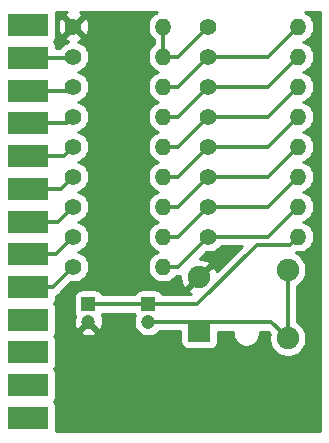
<source format=gbr>
%TF.GenerationSoftware,KiCad,Pcbnew,5.1.7*%
%TF.CreationDate,2020-10-30T13:38:14+01:00*%
%TF.ProjectId,silly-sound-bastard,73696c6c-792d-4736-9f75-6e642d626173,rev?*%
%TF.SameCoordinates,Original*%
%TF.FileFunction,Copper,L1,Top*%
%TF.FilePolarity,Positive*%
%FSLAX46Y46*%
G04 Gerber Fmt 4.6, Leading zero omitted, Abs format (unit mm)*
G04 Created by KiCad (PCBNEW 5.1.7) date 2020-10-30 13:38:14*
%MOMM*%
%LPD*%
G01*
G04 APERTURE LIST*
%TA.AperFunction,ComponentPad*%
%ADD10C,1.900000*%
%TD*%
%TA.AperFunction,ComponentPad*%
%ADD11R,1.900000X1.900000*%
%TD*%
%TA.AperFunction,ComponentPad*%
%ADD12O,1.400000X1.400000*%
%TD*%
%TA.AperFunction,ComponentPad*%
%ADD13C,1.400000*%
%TD*%
%TA.AperFunction,ComponentPad*%
%ADD14C,1.200000*%
%TD*%
%TA.AperFunction,ComponentPad*%
%ADD15R,1.200000X1.200000*%
%TD*%
%TA.AperFunction,SMDPad,CuDef*%
%ADD16R,3.480000X1.846667*%
%TD*%
%TA.AperFunction,Conductor*%
%ADD17C,0.350000*%
%TD*%
%TA.AperFunction,Conductor*%
%ADD18C,0.254000*%
%TD*%
%TA.AperFunction,Conductor*%
%ADD19C,0.100000*%
%TD*%
G04 APERTURE END LIST*
D10*
%TO.P,J2,S*%
%TO.N,GND*%
X72875000Y-78395000D03*
D11*
%TO.P,J2,R*%
%TO.N,Net-(C2-Pad2)*%
X72875000Y-82895000D03*
D10*
%TO.P,J2,T*%
X80375000Y-77745000D03*
X80375000Y-83545000D03*
%TD*%
D12*
%TO.P,R17,2*%
%TO.N,Net-(C1-Pad1)*%
X81280000Y-74930000D03*
D13*
%TO.P,R17,1*%
%TO.N,Net-(R16-Pad2)*%
X73660000Y-74930000D03*
%TD*%
D12*
%TO.P,R16,2*%
%TO.N,Net-(R16-Pad2)*%
X81280000Y-72390000D03*
D13*
%TO.P,R16,1*%
%TO.N,Net-(R15-Pad2)*%
X73660000Y-72390000D03*
%TD*%
D12*
%TO.P,R15,2*%
%TO.N,Net-(R15-Pad2)*%
X81280000Y-69850000D03*
D13*
%TO.P,R15,1*%
%TO.N,Net-(R14-Pad2)*%
X73660000Y-69850000D03*
%TD*%
D12*
%TO.P,R14,2*%
%TO.N,Net-(R14-Pad2)*%
X81280000Y-67310000D03*
D13*
%TO.P,R14,1*%
%TO.N,Net-(R13-Pad2)*%
X73660000Y-67310000D03*
%TD*%
D12*
%TO.P,R13,2*%
%TO.N,Net-(R13-Pad2)*%
X81280000Y-64770000D03*
D13*
%TO.P,R13,1*%
%TO.N,Net-(R12-Pad2)*%
X73660000Y-64770000D03*
%TD*%
D12*
%TO.P,R12,2*%
%TO.N,Net-(R12-Pad2)*%
X81280000Y-62230000D03*
D13*
%TO.P,R12,1*%
%TO.N,Net-(R11-Pad2)*%
X73660000Y-62230000D03*
%TD*%
D12*
%TO.P,R11,2*%
%TO.N,Net-(R11-Pad2)*%
X81280000Y-59690000D03*
D13*
%TO.P,R11,1*%
%TO.N,Net-(R10-Pad2)*%
X73660000Y-59690000D03*
%TD*%
D12*
%TO.P,R10,2*%
%TO.N,Net-(R10-Pad2)*%
X81280000Y-57150000D03*
D13*
%TO.P,R10,1*%
%TO.N,Net-(R1-Pad2)*%
X73660000Y-57150000D03*
%TD*%
D12*
%TO.P,R9,2*%
%TO.N,Net-(R16-Pad2)*%
X69850000Y-77470000D03*
D13*
%TO.P,R9,1*%
%TO.N,Net-(J1-Pad9)*%
X62230000Y-77470000D03*
%TD*%
D12*
%TO.P,R8,2*%
%TO.N,Net-(R15-Pad2)*%
X69850000Y-74930000D03*
D13*
%TO.P,R8,1*%
%TO.N,Net-(J1-Pad8)*%
X62230000Y-74930000D03*
%TD*%
D12*
%TO.P,R7,2*%
%TO.N,Net-(R14-Pad2)*%
X69850000Y-72390000D03*
D13*
%TO.P,R7,1*%
%TO.N,Net-(J1-Pad7)*%
X62230000Y-72390000D03*
%TD*%
D12*
%TO.P,R6,2*%
%TO.N,Net-(R13-Pad2)*%
X69850000Y-69850000D03*
D13*
%TO.P,R6,1*%
%TO.N,Net-(J1-Pad6)*%
X62230000Y-69850000D03*
%TD*%
D12*
%TO.P,R5,2*%
%TO.N,Net-(R12-Pad2)*%
X69850000Y-67310000D03*
D13*
%TO.P,R5,1*%
%TO.N,Net-(J1-Pad5)*%
X62230000Y-67310000D03*
%TD*%
D12*
%TO.P,R4,2*%
%TO.N,Net-(R11-Pad2)*%
X69850000Y-64770000D03*
D13*
%TO.P,R4,1*%
%TO.N,Net-(J1-Pad4)*%
X62230000Y-64770000D03*
%TD*%
D12*
%TO.P,R3,2*%
%TO.N,Net-(R10-Pad2)*%
X69850000Y-62230000D03*
D13*
%TO.P,R3,1*%
%TO.N,Net-(J1-Pad3)*%
X62230000Y-62230000D03*
%TD*%
D12*
%TO.P,R2,2*%
%TO.N,Net-(R1-Pad2)*%
X69850000Y-59690000D03*
D13*
%TO.P,R2,1*%
%TO.N,Net-(J1-Pad2)*%
X62230000Y-59690000D03*
%TD*%
D12*
%TO.P,R1,2*%
%TO.N,Net-(R1-Pad2)*%
X69850000Y-57150000D03*
D13*
%TO.P,R1,1*%
%TO.N,GND*%
X62230000Y-57150000D03*
%TD*%
D14*
%TO.P,C2,2*%
%TO.N,Net-(C2-Pad2)*%
X68580000Y-82145000D03*
D15*
%TO.P,C2,1*%
%TO.N,Net-(C1-Pad1)*%
X68580000Y-80645000D03*
%TD*%
D14*
%TO.P,C1,2*%
%TO.N,GND*%
X63500000Y-82145000D03*
D15*
%TO.P,C1,1*%
%TO.N,Net-(C1-Pad1)*%
X63500000Y-80645000D03*
%TD*%
D16*
%TO.P,J1,13*%
%TO.N,N/C*%
X58420000Y-90280000D03*
%TO.P,J1,12*%
X58420000Y-87510000D03*
%TO.P,J1,11*%
X58420000Y-84740000D03*
%TO.P,J1,10*%
X58420000Y-81970000D03*
%TO.P,J1,9*%
%TO.N,Net-(J1-Pad9)*%
X58420000Y-79200000D03*
%TO.P,J1,8*%
%TO.N,Net-(J1-Pad8)*%
X58420000Y-76430000D03*
%TO.P,J1,7*%
%TO.N,Net-(J1-Pad7)*%
X58420000Y-73660000D03*
%TO.P,J1,6*%
%TO.N,Net-(J1-Pad6)*%
X58420000Y-70890000D03*
%TO.P,J1,5*%
%TO.N,Net-(J1-Pad5)*%
X58420000Y-68120000D03*
%TO.P,J1,4*%
%TO.N,Net-(J1-Pad4)*%
X58420000Y-65350000D03*
%TO.P,J1,3*%
%TO.N,Net-(J1-Pad3)*%
X58420000Y-62580000D03*
%TO.P,J1,2*%
%TO.N,Net-(J1-Pad2)*%
X58420000Y-59810000D03*
%TO.P,J1,1*%
%TO.N,N/C*%
X58420000Y-57040000D03*
%TD*%
D17*
%TO.N,Net-(C1-Pad1)*%
X68580000Y-80645000D02*
X63500000Y-80645000D01*
X81280000Y-74930000D02*
X81153000Y-75057000D01*
X72734002Y-80645000D02*
X68580000Y-80645000D01*
X77749003Y-75629999D02*
X72734002Y-80645000D01*
X80580001Y-75629999D02*
X77749003Y-75629999D01*
X81280000Y-74930000D02*
X80580001Y-75629999D01*
%TO.N,Net-(C2-Pad2)*%
X80375000Y-84180000D02*
X80375000Y-78380000D01*
X72875000Y-82895000D02*
X73450001Y-82319999D01*
X72125000Y-82145000D02*
X72875000Y-82895000D01*
X68580000Y-82145000D02*
X72125000Y-82145000D01*
X78999999Y-82169999D02*
X80375000Y-83545000D01*
X73600001Y-82169999D02*
X78999999Y-82169999D01*
X72875000Y-82895000D02*
X73600001Y-82169999D01*
%TO.N,Net-(J1-Pad9)*%
X60500000Y-79200000D02*
X62230000Y-77470000D01*
X58420000Y-79200000D02*
X60500000Y-79200000D01*
%TO.N,Net-(J1-Pad8)*%
X60730000Y-76430000D02*
X62230000Y-74930000D01*
X58420000Y-76430000D02*
X60730000Y-76430000D01*
%TO.N,Net-(J1-Pad7)*%
X60960000Y-73660000D02*
X62230000Y-72390000D01*
X58420000Y-73660000D02*
X60960000Y-73660000D01*
%TO.N,Net-(J1-Pad6)*%
X61190000Y-70890000D02*
X62230000Y-69850000D01*
X58420000Y-70890000D02*
X61190000Y-70890000D01*
%TO.N,Net-(J1-Pad5)*%
X61420000Y-68120000D02*
X62230000Y-67310000D01*
X58420000Y-68120000D02*
X61420000Y-68120000D01*
%TO.N,Net-(J1-Pad4)*%
X61650000Y-65350000D02*
X62230000Y-64770000D01*
X58420000Y-65350000D02*
X61650000Y-65350000D01*
%TO.N,Net-(J1-Pad3)*%
X61880000Y-62580000D02*
X62230000Y-62230000D01*
X58420000Y-62580000D02*
X61880000Y-62580000D01*
%TO.N,Net-(J1-Pad2)*%
X62110000Y-59810000D02*
X62230000Y-59690000D01*
X58420000Y-59810000D02*
X62110000Y-59810000D01*
%TO.N,Net-(R1-Pad2)*%
X71120000Y-59690000D02*
X73660000Y-57150000D01*
X69850000Y-59690000D02*
X71120000Y-59690000D01*
X69850000Y-57150000D02*
X69850000Y-59690000D01*
%TO.N,Net-(R10-Pad2)*%
X71120000Y-62230000D02*
X73660000Y-59690000D01*
X69850000Y-62230000D02*
X71120000Y-62230000D01*
X78740000Y-59690000D02*
X81280000Y-57150000D01*
X73660000Y-59690000D02*
X78740000Y-59690000D01*
%TO.N,Net-(R11-Pad2)*%
X71120000Y-64770000D02*
X73660000Y-62230000D01*
X69850000Y-64770000D02*
X71120000Y-64770000D01*
X73660000Y-62230000D02*
X78740000Y-62230000D01*
X78740000Y-62230000D02*
X81280000Y-59690000D01*
%TO.N,Net-(R12-Pad2)*%
X71120000Y-67310000D02*
X73660000Y-64770000D01*
X69850000Y-67310000D02*
X71120000Y-67310000D01*
X78740000Y-64770000D02*
X81280000Y-62230000D01*
X73660000Y-64770000D02*
X78740000Y-64770000D01*
%TO.N,Net-(R13-Pad2)*%
X71120000Y-69850000D02*
X73660000Y-67310000D01*
X69850000Y-69850000D02*
X71120000Y-69850000D01*
X78740000Y-67310000D02*
X81280000Y-64770000D01*
X73660000Y-67310000D02*
X78740000Y-67310000D01*
%TO.N,Net-(R14-Pad2)*%
X71120000Y-72390000D02*
X73660000Y-69850000D01*
X69850000Y-72390000D02*
X71120000Y-72390000D01*
X78740000Y-69850000D02*
X81280000Y-67310000D01*
X73660000Y-69850000D02*
X78740000Y-69850000D01*
%TO.N,Net-(R15-Pad2)*%
X71120000Y-74930000D02*
X73660000Y-72390000D01*
X69850000Y-74930000D02*
X71120000Y-74930000D01*
X78740000Y-72390000D02*
X81280000Y-69850000D01*
X73660000Y-72390000D02*
X78740000Y-72390000D01*
%TO.N,Net-(R16-Pad2)*%
X71120000Y-77470000D02*
X73660000Y-74930000D01*
X69850000Y-77470000D02*
X71120000Y-77470000D01*
X78740000Y-74930000D02*
X81280000Y-72390000D01*
X73660000Y-74930000D02*
X78740000Y-74930000D01*
%TD*%
D18*
%TO.N,GND*%
X61648634Y-55941065D02*
X61547797Y-55994963D01*
X61488336Y-56228731D01*
X62230000Y-56970395D01*
X62971664Y-56228731D01*
X62912203Y-55994963D01*
X62772523Y-55930000D01*
X69306819Y-55930000D01*
X69217641Y-55966939D01*
X68998987Y-56113038D01*
X68813038Y-56298987D01*
X68666939Y-56517641D01*
X68566304Y-56760595D01*
X68515000Y-57018514D01*
X68515000Y-57281486D01*
X68566304Y-57539405D01*
X68666939Y-57782359D01*
X68813038Y-58001013D01*
X68998987Y-58186962D01*
X69040000Y-58214366D01*
X69040001Y-58625634D01*
X68998987Y-58653038D01*
X68813038Y-58838987D01*
X68666939Y-59057641D01*
X68566304Y-59300595D01*
X68515000Y-59558514D01*
X68515000Y-59821486D01*
X68566304Y-60079405D01*
X68666939Y-60322359D01*
X68813038Y-60541013D01*
X68998987Y-60726962D01*
X69217641Y-60873061D01*
X69427530Y-60960000D01*
X69217641Y-61046939D01*
X68998987Y-61193038D01*
X68813038Y-61378987D01*
X68666939Y-61597641D01*
X68566304Y-61840595D01*
X68515000Y-62098514D01*
X68515000Y-62361486D01*
X68566304Y-62619405D01*
X68666939Y-62862359D01*
X68813038Y-63081013D01*
X68998987Y-63266962D01*
X69217641Y-63413061D01*
X69427530Y-63500000D01*
X69217641Y-63586939D01*
X68998987Y-63733038D01*
X68813038Y-63918987D01*
X68666939Y-64137641D01*
X68566304Y-64380595D01*
X68515000Y-64638514D01*
X68515000Y-64901486D01*
X68566304Y-65159405D01*
X68666939Y-65402359D01*
X68813038Y-65621013D01*
X68998987Y-65806962D01*
X69217641Y-65953061D01*
X69427530Y-66040000D01*
X69217641Y-66126939D01*
X68998987Y-66273038D01*
X68813038Y-66458987D01*
X68666939Y-66677641D01*
X68566304Y-66920595D01*
X68515000Y-67178514D01*
X68515000Y-67441486D01*
X68566304Y-67699405D01*
X68666939Y-67942359D01*
X68813038Y-68161013D01*
X68998987Y-68346962D01*
X69217641Y-68493061D01*
X69427530Y-68580000D01*
X69217641Y-68666939D01*
X68998987Y-68813038D01*
X68813038Y-68998987D01*
X68666939Y-69217641D01*
X68566304Y-69460595D01*
X68515000Y-69718514D01*
X68515000Y-69981486D01*
X68566304Y-70239405D01*
X68666939Y-70482359D01*
X68813038Y-70701013D01*
X68998987Y-70886962D01*
X69217641Y-71033061D01*
X69427530Y-71120000D01*
X69217641Y-71206939D01*
X68998987Y-71353038D01*
X68813038Y-71538987D01*
X68666939Y-71757641D01*
X68566304Y-72000595D01*
X68515000Y-72258514D01*
X68515000Y-72521486D01*
X68566304Y-72779405D01*
X68666939Y-73022359D01*
X68813038Y-73241013D01*
X68998987Y-73426962D01*
X69217641Y-73573061D01*
X69427530Y-73660000D01*
X69217641Y-73746939D01*
X68998987Y-73893038D01*
X68813038Y-74078987D01*
X68666939Y-74297641D01*
X68566304Y-74540595D01*
X68515000Y-74798514D01*
X68515000Y-75061486D01*
X68566304Y-75319405D01*
X68666939Y-75562359D01*
X68813038Y-75781013D01*
X68998987Y-75966962D01*
X69217641Y-76113061D01*
X69427530Y-76200000D01*
X69217641Y-76286939D01*
X68998987Y-76433038D01*
X68813038Y-76618987D01*
X68666939Y-76837641D01*
X68566304Y-77080595D01*
X68515000Y-77338514D01*
X68515000Y-77601486D01*
X68566304Y-77859405D01*
X68666939Y-78102359D01*
X68813038Y-78321013D01*
X68998987Y-78506962D01*
X69217641Y-78653061D01*
X69460595Y-78753696D01*
X69718514Y-78805000D01*
X69981486Y-78805000D01*
X70239405Y-78753696D01*
X70482359Y-78653061D01*
X70701013Y-78506962D01*
X70886962Y-78321013D01*
X70914366Y-78280000D01*
X71080212Y-78280000D01*
X71120000Y-78283919D01*
X71159788Y-78280000D01*
X71159791Y-78280000D01*
X71278788Y-78268280D01*
X71294958Y-78263375D01*
X71283641Y-78459573D01*
X71326816Y-78768791D01*
X71429487Y-79063644D01*
X71515958Y-79225421D01*
X71775248Y-79315147D01*
X72695395Y-78395000D01*
X72681253Y-78380858D01*
X72860858Y-78201253D01*
X72875000Y-78215395D01*
X73795147Y-77295248D01*
X73705421Y-77035958D01*
X73424329Y-76900065D01*
X73122127Y-76821621D01*
X72925248Y-76810264D01*
X73480136Y-76255377D01*
X73528514Y-76265000D01*
X73791486Y-76265000D01*
X74049405Y-76213696D01*
X74292359Y-76113061D01*
X74511013Y-75966962D01*
X74696962Y-75781013D01*
X74724366Y-75740000D01*
X76493489Y-75740000D01*
X74368713Y-77864777D01*
X74320513Y-77726356D01*
X74234042Y-77564579D01*
X73974752Y-77474853D01*
X73054605Y-78395000D01*
X73068748Y-78409143D01*
X72889143Y-78588748D01*
X72875000Y-78574605D01*
X71954853Y-79494752D01*
X72044579Y-79754042D01*
X72212039Y-79835000D01*
X69779870Y-79835000D01*
X69769502Y-79800820D01*
X69710537Y-79690506D01*
X69631185Y-79593815D01*
X69534494Y-79514463D01*
X69424180Y-79455498D01*
X69304482Y-79419188D01*
X69180000Y-79406928D01*
X67980000Y-79406928D01*
X67855518Y-79419188D01*
X67735820Y-79455498D01*
X67625506Y-79514463D01*
X67528815Y-79593815D01*
X67449463Y-79690506D01*
X67390498Y-79800820D01*
X67380130Y-79835000D01*
X64699870Y-79835000D01*
X64689502Y-79800820D01*
X64630537Y-79690506D01*
X64551185Y-79593815D01*
X64454494Y-79514463D01*
X64344180Y-79455498D01*
X64224482Y-79419188D01*
X64100000Y-79406928D01*
X62900000Y-79406928D01*
X62775518Y-79419188D01*
X62655820Y-79455498D01*
X62545506Y-79514463D01*
X62448815Y-79593815D01*
X62369463Y-79690506D01*
X62310498Y-79800820D01*
X62274188Y-79920518D01*
X62261928Y-80045000D01*
X62261928Y-81245000D01*
X62274188Y-81369482D01*
X62310498Y-81489180D01*
X62369463Y-81599494D01*
X62383568Y-81616681D01*
X62325763Y-81743516D01*
X62270000Y-81980313D01*
X62261505Y-82223438D01*
X62300605Y-82463549D01*
X62385798Y-82691418D01*
X62426652Y-82767852D01*
X62650236Y-82815159D01*
X63320395Y-82145000D01*
X63306253Y-82130858D01*
X63485858Y-81951253D01*
X63500000Y-81965395D01*
X63514143Y-81951253D01*
X63693748Y-82130858D01*
X63679605Y-82145000D01*
X64349764Y-82815159D01*
X64573348Y-82767852D01*
X64674237Y-82546484D01*
X64730000Y-82309687D01*
X64738495Y-82066562D01*
X64699395Y-81826451D01*
X64619549Y-81612883D01*
X64630537Y-81599494D01*
X64689502Y-81489180D01*
X64699870Y-81455000D01*
X67380130Y-81455000D01*
X67390498Y-81489180D01*
X67449463Y-81599494D01*
X67462581Y-81615478D01*
X67392460Y-81784764D01*
X67345000Y-82023363D01*
X67345000Y-82266637D01*
X67392460Y-82505236D01*
X67485557Y-82729992D01*
X67620713Y-82932267D01*
X67792733Y-83104287D01*
X67995008Y-83239443D01*
X68219764Y-83332540D01*
X68458363Y-83380000D01*
X68701637Y-83380000D01*
X68940236Y-83332540D01*
X69164992Y-83239443D01*
X69367267Y-83104287D01*
X69516554Y-82955000D01*
X71286928Y-82955000D01*
X71286928Y-83845000D01*
X71299188Y-83969482D01*
X71335498Y-84089180D01*
X71394463Y-84199494D01*
X71473815Y-84296185D01*
X71570506Y-84375537D01*
X71680820Y-84434502D01*
X71800518Y-84470812D01*
X71925000Y-84483072D01*
X73825000Y-84483072D01*
X73949482Y-84470812D01*
X74069180Y-84434502D01*
X74179494Y-84375537D01*
X74276185Y-84296185D01*
X74355537Y-84199494D01*
X74414502Y-84089180D01*
X74450812Y-83969482D01*
X74463072Y-83845000D01*
X74463072Y-82979999D01*
X75750585Y-82979999D01*
X75740000Y-83033212D01*
X75740000Y-83256788D01*
X75783617Y-83476067D01*
X75869176Y-83682624D01*
X75993388Y-83868520D01*
X76151480Y-84026612D01*
X76337376Y-84150824D01*
X76543933Y-84236383D01*
X76763212Y-84280000D01*
X76986788Y-84280000D01*
X77206067Y-84236383D01*
X77412624Y-84150824D01*
X77598520Y-84026612D01*
X77756612Y-83868520D01*
X77880824Y-83682624D01*
X77966383Y-83476067D01*
X78010000Y-83256788D01*
X78010000Y-83033212D01*
X77999415Y-82979999D01*
X78664487Y-82979999D01*
X78837016Y-83152528D01*
X78790000Y-83388891D01*
X78790000Y-83701109D01*
X78850911Y-84007327D01*
X78970391Y-84295779D01*
X79143850Y-84555379D01*
X79364621Y-84776150D01*
X79624221Y-84949609D01*
X79912673Y-85069089D01*
X80218891Y-85130000D01*
X80531109Y-85130000D01*
X80837327Y-85069089D01*
X81125779Y-84949609D01*
X81385379Y-84776150D01*
X81606150Y-84555379D01*
X81779609Y-84295779D01*
X81899089Y-84007327D01*
X81960000Y-83701109D01*
X81960000Y-83388891D01*
X81899089Y-83082673D01*
X81779609Y-82794221D01*
X81606150Y-82534621D01*
X81385379Y-82313850D01*
X81185000Y-82179961D01*
X81185000Y-79110039D01*
X81385379Y-78976150D01*
X81606150Y-78755379D01*
X81779609Y-78495779D01*
X81899089Y-78207327D01*
X81960000Y-77901109D01*
X81960000Y-77588891D01*
X81899089Y-77282673D01*
X81779609Y-76994221D01*
X81606150Y-76734621D01*
X81385379Y-76513850D01*
X81125779Y-76340391D01*
X81036338Y-76303344D01*
X81095830Y-76254520D01*
X81148514Y-76265000D01*
X81411486Y-76265000D01*
X81669405Y-76213696D01*
X81912359Y-76113061D01*
X82131013Y-75966962D01*
X82316962Y-75781013D01*
X82463061Y-75562359D01*
X82563696Y-75319405D01*
X82615000Y-75061486D01*
X82615000Y-74798514D01*
X82563696Y-74540595D01*
X82463061Y-74297641D01*
X82316962Y-74078987D01*
X82131013Y-73893038D01*
X81912359Y-73746939D01*
X81702470Y-73660000D01*
X81912359Y-73573061D01*
X82131013Y-73426962D01*
X82316962Y-73241013D01*
X82463061Y-73022359D01*
X82563696Y-72779405D01*
X82615000Y-72521486D01*
X82615000Y-72258514D01*
X82563696Y-72000595D01*
X82463061Y-71757641D01*
X82316962Y-71538987D01*
X82131013Y-71353038D01*
X81912359Y-71206939D01*
X81702470Y-71120000D01*
X81912359Y-71033061D01*
X82131013Y-70886962D01*
X82316962Y-70701013D01*
X82463061Y-70482359D01*
X82563696Y-70239405D01*
X82615000Y-69981486D01*
X82615000Y-69718514D01*
X82563696Y-69460595D01*
X82463061Y-69217641D01*
X82316962Y-68998987D01*
X82131013Y-68813038D01*
X81912359Y-68666939D01*
X81702470Y-68580000D01*
X81912359Y-68493061D01*
X82131013Y-68346962D01*
X82316962Y-68161013D01*
X82463061Y-67942359D01*
X82563696Y-67699405D01*
X82615000Y-67441486D01*
X82615000Y-67178514D01*
X82563696Y-66920595D01*
X82463061Y-66677641D01*
X82316962Y-66458987D01*
X82131013Y-66273038D01*
X81912359Y-66126939D01*
X81702470Y-66040000D01*
X81912359Y-65953061D01*
X82131013Y-65806962D01*
X82316962Y-65621013D01*
X82463061Y-65402359D01*
X82563696Y-65159405D01*
X82615000Y-64901486D01*
X82615000Y-64638514D01*
X82563696Y-64380595D01*
X82463061Y-64137641D01*
X82316962Y-63918987D01*
X82131013Y-63733038D01*
X81912359Y-63586939D01*
X81702470Y-63500000D01*
X81912359Y-63413061D01*
X82131013Y-63266962D01*
X82316962Y-63081013D01*
X82463061Y-62862359D01*
X82563696Y-62619405D01*
X82615000Y-62361486D01*
X82615000Y-62098514D01*
X82563696Y-61840595D01*
X82463061Y-61597641D01*
X82316962Y-61378987D01*
X82131013Y-61193038D01*
X81912359Y-61046939D01*
X81702470Y-60960000D01*
X81912359Y-60873061D01*
X82131013Y-60726962D01*
X82316962Y-60541013D01*
X82463061Y-60322359D01*
X82563696Y-60079405D01*
X82615000Y-59821486D01*
X82615000Y-59558514D01*
X82563696Y-59300595D01*
X82463061Y-59057641D01*
X82316962Y-58838987D01*
X82131013Y-58653038D01*
X81912359Y-58506939D01*
X81702470Y-58420000D01*
X81912359Y-58333061D01*
X82131013Y-58186962D01*
X82316962Y-58001013D01*
X82463061Y-57782359D01*
X82563696Y-57539405D01*
X82615000Y-57281486D01*
X82615000Y-57018514D01*
X82563696Y-56760595D01*
X82463061Y-56517641D01*
X82316962Y-56298987D01*
X82131013Y-56113038D01*
X81912359Y-55966939D01*
X81823181Y-55930000D01*
X83135000Y-55930000D01*
X83135001Y-91390000D01*
X60766948Y-91390000D01*
X60785812Y-91327815D01*
X60798072Y-91203333D01*
X60798072Y-89356667D01*
X60785812Y-89232185D01*
X60749502Y-89112487D01*
X60690537Y-89002173D01*
X60611185Y-88905482D01*
X60598413Y-88895000D01*
X60611185Y-88884518D01*
X60690537Y-88787827D01*
X60749502Y-88677513D01*
X60785812Y-88557815D01*
X60798072Y-88433333D01*
X60798072Y-86586667D01*
X60785812Y-86462185D01*
X60749502Y-86342487D01*
X60690537Y-86232173D01*
X60611185Y-86135482D01*
X60598413Y-86125000D01*
X60611185Y-86114518D01*
X60690537Y-86017827D01*
X60749502Y-85907513D01*
X60785812Y-85787815D01*
X60798072Y-85663333D01*
X60798072Y-83816667D01*
X60785812Y-83692185D01*
X60749502Y-83572487D01*
X60690537Y-83462173D01*
X60611185Y-83365482D01*
X60598413Y-83355000D01*
X60611185Y-83344518D01*
X60690537Y-83247827D01*
X60749502Y-83137513D01*
X60785812Y-83017815D01*
X60788082Y-82994764D01*
X62829841Y-82994764D01*
X62877148Y-83218348D01*
X63098516Y-83319237D01*
X63335313Y-83375000D01*
X63578438Y-83383495D01*
X63818549Y-83344395D01*
X64046418Y-83259202D01*
X64122852Y-83218348D01*
X64170159Y-82994764D01*
X63500000Y-82324605D01*
X62829841Y-82994764D01*
X60788082Y-82994764D01*
X60798072Y-82893333D01*
X60798072Y-81046667D01*
X60785812Y-80922185D01*
X60749502Y-80802487D01*
X60690537Y-80692173D01*
X60611185Y-80595482D01*
X60598413Y-80585000D01*
X60611185Y-80574518D01*
X60690537Y-80477827D01*
X60749502Y-80367513D01*
X60785812Y-80247815D01*
X60798072Y-80123333D01*
X60798072Y-79956028D01*
X60811473Y-79951963D01*
X60952189Y-79876749D01*
X61075528Y-79775528D01*
X61100899Y-79744613D01*
X62050136Y-78795377D01*
X62098514Y-78805000D01*
X62361486Y-78805000D01*
X62619405Y-78753696D01*
X62862359Y-78653061D01*
X63081013Y-78506962D01*
X63266962Y-78321013D01*
X63413061Y-78102359D01*
X63513696Y-77859405D01*
X63565000Y-77601486D01*
X63565000Y-77338514D01*
X63513696Y-77080595D01*
X63413061Y-76837641D01*
X63266962Y-76618987D01*
X63081013Y-76433038D01*
X62862359Y-76286939D01*
X62652470Y-76200000D01*
X62862359Y-76113061D01*
X63081013Y-75966962D01*
X63266962Y-75781013D01*
X63413061Y-75562359D01*
X63513696Y-75319405D01*
X63565000Y-75061486D01*
X63565000Y-74798514D01*
X63513696Y-74540595D01*
X63413061Y-74297641D01*
X63266962Y-74078987D01*
X63081013Y-73893038D01*
X62862359Y-73746939D01*
X62652470Y-73660000D01*
X62862359Y-73573061D01*
X63081013Y-73426962D01*
X63266962Y-73241013D01*
X63413061Y-73022359D01*
X63513696Y-72779405D01*
X63565000Y-72521486D01*
X63565000Y-72258514D01*
X63513696Y-72000595D01*
X63413061Y-71757641D01*
X63266962Y-71538987D01*
X63081013Y-71353038D01*
X62862359Y-71206939D01*
X62652470Y-71120000D01*
X62862359Y-71033061D01*
X63081013Y-70886962D01*
X63266962Y-70701013D01*
X63413061Y-70482359D01*
X63513696Y-70239405D01*
X63565000Y-69981486D01*
X63565000Y-69718514D01*
X63513696Y-69460595D01*
X63413061Y-69217641D01*
X63266962Y-68998987D01*
X63081013Y-68813038D01*
X62862359Y-68666939D01*
X62652470Y-68580000D01*
X62862359Y-68493061D01*
X63081013Y-68346962D01*
X63266962Y-68161013D01*
X63413061Y-67942359D01*
X63513696Y-67699405D01*
X63565000Y-67441486D01*
X63565000Y-67178514D01*
X63513696Y-66920595D01*
X63413061Y-66677641D01*
X63266962Y-66458987D01*
X63081013Y-66273038D01*
X62862359Y-66126939D01*
X62652470Y-66040000D01*
X62862359Y-65953061D01*
X63081013Y-65806962D01*
X63266962Y-65621013D01*
X63413061Y-65402359D01*
X63513696Y-65159405D01*
X63565000Y-64901486D01*
X63565000Y-64638514D01*
X63513696Y-64380595D01*
X63413061Y-64137641D01*
X63266962Y-63918987D01*
X63081013Y-63733038D01*
X62862359Y-63586939D01*
X62652470Y-63500000D01*
X62862359Y-63413061D01*
X63081013Y-63266962D01*
X63266962Y-63081013D01*
X63413061Y-62862359D01*
X63513696Y-62619405D01*
X63565000Y-62361486D01*
X63565000Y-62098514D01*
X63513696Y-61840595D01*
X63413061Y-61597641D01*
X63266962Y-61378987D01*
X63081013Y-61193038D01*
X62862359Y-61046939D01*
X62652470Y-60960000D01*
X62862359Y-60873061D01*
X63081013Y-60726962D01*
X63266962Y-60541013D01*
X63413061Y-60322359D01*
X63513696Y-60079405D01*
X63565000Y-59821486D01*
X63565000Y-59558514D01*
X63513696Y-59300595D01*
X63413061Y-59057641D01*
X63266962Y-58838987D01*
X63081013Y-58653038D01*
X62862359Y-58506939D01*
X62648556Y-58418379D01*
X62811366Y-58358935D01*
X62912203Y-58305037D01*
X62971664Y-58071269D01*
X62230000Y-57329605D01*
X61488336Y-58071269D01*
X61547797Y-58305037D01*
X61786242Y-58415934D01*
X61805827Y-58420706D01*
X61597641Y-58506939D01*
X61378987Y-58653038D01*
X61193038Y-58838987D01*
X61085453Y-59000000D01*
X60798072Y-59000000D01*
X60798072Y-58886667D01*
X60785812Y-58762185D01*
X60749502Y-58642487D01*
X60690537Y-58532173D01*
X60611185Y-58435482D01*
X60598413Y-58425000D01*
X60611185Y-58414518D01*
X60690537Y-58317827D01*
X60749502Y-58207513D01*
X60785812Y-58087815D01*
X60798072Y-57963333D01*
X60798072Y-57224473D01*
X60890610Y-57224473D01*
X60930875Y-57484344D01*
X61021065Y-57731366D01*
X61074963Y-57832203D01*
X61308731Y-57891664D01*
X62050395Y-57150000D01*
X62409605Y-57150000D01*
X63151269Y-57891664D01*
X63385037Y-57832203D01*
X63495934Y-57593758D01*
X63558183Y-57338260D01*
X63569390Y-57075527D01*
X63529125Y-56815656D01*
X63438935Y-56568634D01*
X63385037Y-56467797D01*
X63151269Y-56408336D01*
X62409605Y-57150000D01*
X62050395Y-57150000D01*
X61308731Y-56408336D01*
X61074963Y-56467797D01*
X60964066Y-56706242D01*
X60901817Y-56961740D01*
X60890610Y-57224473D01*
X60798072Y-57224473D01*
X60798072Y-56116667D01*
X60785812Y-55992185D01*
X60766948Y-55930000D01*
X61678940Y-55930000D01*
X61648634Y-55941065D01*
%TA.AperFunction,Conductor*%
D19*
G36*
X61648634Y-55941065D02*
G01*
X61547797Y-55994963D01*
X61488336Y-56228731D01*
X62230000Y-56970395D01*
X62971664Y-56228731D01*
X62912203Y-55994963D01*
X62772523Y-55930000D01*
X69306819Y-55930000D01*
X69217641Y-55966939D01*
X68998987Y-56113038D01*
X68813038Y-56298987D01*
X68666939Y-56517641D01*
X68566304Y-56760595D01*
X68515000Y-57018514D01*
X68515000Y-57281486D01*
X68566304Y-57539405D01*
X68666939Y-57782359D01*
X68813038Y-58001013D01*
X68998987Y-58186962D01*
X69040000Y-58214366D01*
X69040001Y-58625634D01*
X68998987Y-58653038D01*
X68813038Y-58838987D01*
X68666939Y-59057641D01*
X68566304Y-59300595D01*
X68515000Y-59558514D01*
X68515000Y-59821486D01*
X68566304Y-60079405D01*
X68666939Y-60322359D01*
X68813038Y-60541013D01*
X68998987Y-60726962D01*
X69217641Y-60873061D01*
X69427530Y-60960000D01*
X69217641Y-61046939D01*
X68998987Y-61193038D01*
X68813038Y-61378987D01*
X68666939Y-61597641D01*
X68566304Y-61840595D01*
X68515000Y-62098514D01*
X68515000Y-62361486D01*
X68566304Y-62619405D01*
X68666939Y-62862359D01*
X68813038Y-63081013D01*
X68998987Y-63266962D01*
X69217641Y-63413061D01*
X69427530Y-63500000D01*
X69217641Y-63586939D01*
X68998987Y-63733038D01*
X68813038Y-63918987D01*
X68666939Y-64137641D01*
X68566304Y-64380595D01*
X68515000Y-64638514D01*
X68515000Y-64901486D01*
X68566304Y-65159405D01*
X68666939Y-65402359D01*
X68813038Y-65621013D01*
X68998987Y-65806962D01*
X69217641Y-65953061D01*
X69427530Y-66040000D01*
X69217641Y-66126939D01*
X68998987Y-66273038D01*
X68813038Y-66458987D01*
X68666939Y-66677641D01*
X68566304Y-66920595D01*
X68515000Y-67178514D01*
X68515000Y-67441486D01*
X68566304Y-67699405D01*
X68666939Y-67942359D01*
X68813038Y-68161013D01*
X68998987Y-68346962D01*
X69217641Y-68493061D01*
X69427530Y-68580000D01*
X69217641Y-68666939D01*
X68998987Y-68813038D01*
X68813038Y-68998987D01*
X68666939Y-69217641D01*
X68566304Y-69460595D01*
X68515000Y-69718514D01*
X68515000Y-69981486D01*
X68566304Y-70239405D01*
X68666939Y-70482359D01*
X68813038Y-70701013D01*
X68998987Y-70886962D01*
X69217641Y-71033061D01*
X69427530Y-71120000D01*
X69217641Y-71206939D01*
X68998987Y-71353038D01*
X68813038Y-71538987D01*
X68666939Y-71757641D01*
X68566304Y-72000595D01*
X68515000Y-72258514D01*
X68515000Y-72521486D01*
X68566304Y-72779405D01*
X68666939Y-73022359D01*
X68813038Y-73241013D01*
X68998987Y-73426962D01*
X69217641Y-73573061D01*
X69427530Y-73660000D01*
X69217641Y-73746939D01*
X68998987Y-73893038D01*
X68813038Y-74078987D01*
X68666939Y-74297641D01*
X68566304Y-74540595D01*
X68515000Y-74798514D01*
X68515000Y-75061486D01*
X68566304Y-75319405D01*
X68666939Y-75562359D01*
X68813038Y-75781013D01*
X68998987Y-75966962D01*
X69217641Y-76113061D01*
X69427530Y-76200000D01*
X69217641Y-76286939D01*
X68998987Y-76433038D01*
X68813038Y-76618987D01*
X68666939Y-76837641D01*
X68566304Y-77080595D01*
X68515000Y-77338514D01*
X68515000Y-77601486D01*
X68566304Y-77859405D01*
X68666939Y-78102359D01*
X68813038Y-78321013D01*
X68998987Y-78506962D01*
X69217641Y-78653061D01*
X69460595Y-78753696D01*
X69718514Y-78805000D01*
X69981486Y-78805000D01*
X70239405Y-78753696D01*
X70482359Y-78653061D01*
X70701013Y-78506962D01*
X70886962Y-78321013D01*
X70914366Y-78280000D01*
X71080212Y-78280000D01*
X71120000Y-78283919D01*
X71159788Y-78280000D01*
X71159791Y-78280000D01*
X71278788Y-78268280D01*
X71294958Y-78263375D01*
X71283641Y-78459573D01*
X71326816Y-78768791D01*
X71429487Y-79063644D01*
X71515958Y-79225421D01*
X71775248Y-79315147D01*
X72695395Y-78395000D01*
X72681253Y-78380858D01*
X72860858Y-78201253D01*
X72875000Y-78215395D01*
X73795147Y-77295248D01*
X73705421Y-77035958D01*
X73424329Y-76900065D01*
X73122127Y-76821621D01*
X72925248Y-76810264D01*
X73480136Y-76255377D01*
X73528514Y-76265000D01*
X73791486Y-76265000D01*
X74049405Y-76213696D01*
X74292359Y-76113061D01*
X74511013Y-75966962D01*
X74696962Y-75781013D01*
X74724366Y-75740000D01*
X76493489Y-75740000D01*
X74368713Y-77864777D01*
X74320513Y-77726356D01*
X74234042Y-77564579D01*
X73974752Y-77474853D01*
X73054605Y-78395000D01*
X73068748Y-78409143D01*
X72889143Y-78588748D01*
X72875000Y-78574605D01*
X71954853Y-79494752D01*
X72044579Y-79754042D01*
X72212039Y-79835000D01*
X69779870Y-79835000D01*
X69769502Y-79800820D01*
X69710537Y-79690506D01*
X69631185Y-79593815D01*
X69534494Y-79514463D01*
X69424180Y-79455498D01*
X69304482Y-79419188D01*
X69180000Y-79406928D01*
X67980000Y-79406928D01*
X67855518Y-79419188D01*
X67735820Y-79455498D01*
X67625506Y-79514463D01*
X67528815Y-79593815D01*
X67449463Y-79690506D01*
X67390498Y-79800820D01*
X67380130Y-79835000D01*
X64699870Y-79835000D01*
X64689502Y-79800820D01*
X64630537Y-79690506D01*
X64551185Y-79593815D01*
X64454494Y-79514463D01*
X64344180Y-79455498D01*
X64224482Y-79419188D01*
X64100000Y-79406928D01*
X62900000Y-79406928D01*
X62775518Y-79419188D01*
X62655820Y-79455498D01*
X62545506Y-79514463D01*
X62448815Y-79593815D01*
X62369463Y-79690506D01*
X62310498Y-79800820D01*
X62274188Y-79920518D01*
X62261928Y-80045000D01*
X62261928Y-81245000D01*
X62274188Y-81369482D01*
X62310498Y-81489180D01*
X62369463Y-81599494D01*
X62383568Y-81616681D01*
X62325763Y-81743516D01*
X62270000Y-81980313D01*
X62261505Y-82223438D01*
X62300605Y-82463549D01*
X62385798Y-82691418D01*
X62426652Y-82767852D01*
X62650236Y-82815159D01*
X63320395Y-82145000D01*
X63306253Y-82130858D01*
X63485858Y-81951253D01*
X63500000Y-81965395D01*
X63514143Y-81951253D01*
X63693748Y-82130858D01*
X63679605Y-82145000D01*
X64349764Y-82815159D01*
X64573348Y-82767852D01*
X64674237Y-82546484D01*
X64730000Y-82309687D01*
X64738495Y-82066562D01*
X64699395Y-81826451D01*
X64619549Y-81612883D01*
X64630537Y-81599494D01*
X64689502Y-81489180D01*
X64699870Y-81455000D01*
X67380130Y-81455000D01*
X67390498Y-81489180D01*
X67449463Y-81599494D01*
X67462581Y-81615478D01*
X67392460Y-81784764D01*
X67345000Y-82023363D01*
X67345000Y-82266637D01*
X67392460Y-82505236D01*
X67485557Y-82729992D01*
X67620713Y-82932267D01*
X67792733Y-83104287D01*
X67995008Y-83239443D01*
X68219764Y-83332540D01*
X68458363Y-83380000D01*
X68701637Y-83380000D01*
X68940236Y-83332540D01*
X69164992Y-83239443D01*
X69367267Y-83104287D01*
X69516554Y-82955000D01*
X71286928Y-82955000D01*
X71286928Y-83845000D01*
X71299188Y-83969482D01*
X71335498Y-84089180D01*
X71394463Y-84199494D01*
X71473815Y-84296185D01*
X71570506Y-84375537D01*
X71680820Y-84434502D01*
X71800518Y-84470812D01*
X71925000Y-84483072D01*
X73825000Y-84483072D01*
X73949482Y-84470812D01*
X74069180Y-84434502D01*
X74179494Y-84375537D01*
X74276185Y-84296185D01*
X74355537Y-84199494D01*
X74414502Y-84089180D01*
X74450812Y-83969482D01*
X74463072Y-83845000D01*
X74463072Y-82979999D01*
X75750585Y-82979999D01*
X75740000Y-83033212D01*
X75740000Y-83256788D01*
X75783617Y-83476067D01*
X75869176Y-83682624D01*
X75993388Y-83868520D01*
X76151480Y-84026612D01*
X76337376Y-84150824D01*
X76543933Y-84236383D01*
X76763212Y-84280000D01*
X76986788Y-84280000D01*
X77206067Y-84236383D01*
X77412624Y-84150824D01*
X77598520Y-84026612D01*
X77756612Y-83868520D01*
X77880824Y-83682624D01*
X77966383Y-83476067D01*
X78010000Y-83256788D01*
X78010000Y-83033212D01*
X77999415Y-82979999D01*
X78664487Y-82979999D01*
X78837016Y-83152528D01*
X78790000Y-83388891D01*
X78790000Y-83701109D01*
X78850911Y-84007327D01*
X78970391Y-84295779D01*
X79143850Y-84555379D01*
X79364621Y-84776150D01*
X79624221Y-84949609D01*
X79912673Y-85069089D01*
X80218891Y-85130000D01*
X80531109Y-85130000D01*
X80837327Y-85069089D01*
X81125779Y-84949609D01*
X81385379Y-84776150D01*
X81606150Y-84555379D01*
X81779609Y-84295779D01*
X81899089Y-84007327D01*
X81960000Y-83701109D01*
X81960000Y-83388891D01*
X81899089Y-83082673D01*
X81779609Y-82794221D01*
X81606150Y-82534621D01*
X81385379Y-82313850D01*
X81185000Y-82179961D01*
X81185000Y-79110039D01*
X81385379Y-78976150D01*
X81606150Y-78755379D01*
X81779609Y-78495779D01*
X81899089Y-78207327D01*
X81960000Y-77901109D01*
X81960000Y-77588891D01*
X81899089Y-77282673D01*
X81779609Y-76994221D01*
X81606150Y-76734621D01*
X81385379Y-76513850D01*
X81125779Y-76340391D01*
X81036338Y-76303344D01*
X81095830Y-76254520D01*
X81148514Y-76265000D01*
X81411486Y-76265000D01*
X81669405Y-76213696D01*
X81912359Y-76113061D01*
X82131013Y-75966962D01*
X82316962Y-75781013D01*
X82463061Y-75562359D01*
X82563696Y-75319405D01*
X82615000Y-75061486D01*
X82615000Y-74798514D01*
X82563696Y-74540595D01*
X82463061Y-74297641D01*
X82316962Y-74078987D01*
X82131013Y-73893038D01*
X81912359Y-73746939D01*
X81702470Y-73660000D01*
X81912359Y-73573061D01*
X82131013Y-73426962D01*
X82316962Y-73241013D01*
X82463061Y-73022359D01*
X82563696Y-72779405D01*
X82615000Y-72521486D01*
X82615000Y-72258514D01*
X82563696Y-72000595D01*
X82463061Y-71757641D01*
X82316962Y-71538987D01*
X82131013Y-71353038D01*
X81912359Y-71206939D01*
X81702470Y-71120000D01*
X81912359Y-71033061D01*
X82131013Y-70886962D01*
X82316962Y-70701013D01*
X82463061Y-70482359D01*
X82563696Y-70239405D01*
X82615000Y-69981486D01*
X82615000Y-69718514D01*
X82563696Y-69460595D01*
X82463061Y-69217641D01*
X82316962Y-68998987D01*
X82131013Y-68813038D01*
X81912359Y-68666939D01*
X81702470Y-68580000D01*
X81912359Y-68493061D01*
X82131013Y-68346962D01*
X82316962Y-68161013D01*
X82463061Y-67942359D01*
X82563696Y-67699405D01*
X82615000Y-67441486D01*
X82615000Y-67178514D01*
X82563696Y-66920595D01*
X82463061Y-66677641D01*
X82316962Y-66458987D01*
X82131013Y-66273038D01*
X81912359Y-66126939D01*
X81702470Y-66040000D01*
X81912359Y-65953061D01*
X82131013Y-65806962D01*
X82316962Y-65621013D01*
X82463061Y-65402359D01*
X82563696Y-65159405D01*
X82615000Y-64901486D01*
X82615000Y-64638514D01*
X82563696Y-64380595D01*
X82463061Y-64137641D01*
X82316962Y-63918987D01*
X82131013Y-63733038D01*
X81912359Y-63586939D01*
X81702470Y-63500000D01*
X81912359Y-63413061D01*
X82131013Y-63266962D01*
X82316962Y-63081013D01*
X82463061Y-62862359D01*
X82563696Y-62619405D01*
X82615000Y-62361486D01*
X82615000Y-62098514D01*
X82563696Y-61840595D01*
X82463061Y-61597641D01*
X82316962Y-61378987D01*
X82131013Y-61193038D01*
X81912359Y-61046939D01*
X81702470Y-60960000D01*
X81912359Y-60873061D01*
X82131013Y-60726962D01*
X82316962Y-60541013D01*
X82463061Y-60322359D01*
X82563696Y-60079405D01*
X82615000Y-59821486D01*
X82615000Y-59558514D01*
X82563696Y-59300595D01*
X82463061Y-59057641D01*
X82316962Y-58838987D01*
X82131013Y-58653038D01*
X81912359Y-58506939D01*
X81702470Y-58420000D01*
X81912359Y-58333061D01*
X82131013Y-58186962D01*
X82316962Y-58001013D01*
X82463061Y-57782359D01*
X82563696Y-57539405D01*
X82615000Y-57281486D01*
X82615000Y-57018514D01*
X82563696Y-56760595D01*
X82463061Y-56517641D01*
X82316962Y-56298987D01*
X82131013Y-56113038D01*
X81912359Y-55966939D01*
X81823181Y-55930000D01*
X83135000Y-55930000D01*
X83135001Y-91390000D01*
X60766948Y-91390000D01*
X60785812Y-91327815D01*
X60798072Y-91203333D01*
X60798072Y-89356667D01*
X60785812Y-89232185D01*
X60749502Y-89112487D01*
X60690537Y-89002173D01*
X60611185Y-88905482D01*
X60598413Y-88895000D01*
X60611185Y-88884518D01*
X60690537Y-88787827D01*
X60749502Y-88677513D01*
X60785812Y-88557815D01*
X60798072Y-88433333D01*
X60798072Y-86586667D01*
X60785812Y-86462185D01*
X60749502Y-86342487D01*
X60690537Y-86232173D01*
X60611185Y-86135482D01*
X60598413Y-86125000D01*
X60611185Y-86114518D01*
X60690537Y-86017827D01*
X60749502Y-85907513D01*
X60785812Y-85787815D01*
X60798072Y-85663333D01*
X60798072Y-83816667D01*
X60785812Y-83692185D01*
X60749502Y-83572487D01*
X60690537Y-83462173D01*
X60611185Y-83365482D01*
X60598413Y-83355000D01*
X60611185Y-83344518D01*
X60690537Y-83247827D01*
X60749502Y-83137513D01*
X60785812Y-83017815D01*
X60788082Y-82994764D01*
X62829841Y-82994764D01*
X62877148Y-83218348D01*
X63098516Y-83319237D01*
X63335313Y-83375000D01*
X63578438Y-83383495D01*
X63818549Y-83344395D01*
X64046418Y-83259202D01*
X64122852Y-83218348D01*
X64170159Y-82994764D01*
X63500000Y-82324605D01*
X62829841Y-82994764D01*
X60788082Y-82994764D01*
X60798072Y-82893333D01*
X60798072Y-81046667D01*
X60785812Y-80922185D01*
X60749502Y-80802487D01*
X60690537Y-80692173D01*
X60611185Y-80595482D01*
X60598413Y-80585000D01*
X60611185Y-80574518D01*
X60690537Y-80477827D01*
X60749502Y-80367513D01*
X60785812Y-80247815D01*
X60798072Y-80123333D01*
X60798072Y-79956028D01*
X60811473Y-79951963D01*
X60952189Y-79876749D01*
X61075528Y-79775528D01*
X61100899Y-79744613D01*
X62050136Y-78795377D01*
X62098514Y-78805000D01*
X62361486Y-78805000D01*
X62619405Y-78753696D01*
X62862359Y-78653061D01*
X63081013Y-78506962D01*
X63266962Y-78321013D01*
X63413061Y-78102359D01*
X63513696Y-77859405D01*
X63565000Y-77601486D01*
X63565000Y-77338514D01*
X63513696Y-77080595D01*
X63413061Y-76837641D01*
X63266962Y-76618987D01*
X63081013Y-76433038D01*
X62862359Y-76286939D01*
X62652470Y-76200000D01*
X62862359Y-76113061D01*
X63081013Y-75966962D01*
X63266962Y-75781013D01*
X63413061Y-75562359D01*
X63513696Y-75319405D01*
X63565000Y-75061486D01*
X63565000Y-74798514D01*
X63513696Y-74540595D01*
X63413061Y-74297641D01*
X63266962Y-74078987D01*
X63081013Y-73893038D01*
X62862359Y-73746939D01*
X62652470Y-73660000D01*
X62862359Y-73573061D01*
X63081013Y-73426962D01*
X63266962Y-73241013D01*
X63413061Y-73022359D01*
X63513696Y-72779405D01*
X63565000Y-72521486D01*
X63565000Y-72258514D01*
X63513696Y-72000595D01*
X63413061Y-71757641D01*
X63266962Y-71538987D01*
X63081013Y-71353038D01*
X62862359Y-71206939D01*
X62652470Y-71120000D01*
X62862359Y-71033061D01*
X63081013Y-70886962D01*
X63266962Y-70701013D01*
X63413061Y-70482359D01*
X63513696Y-70239405D01*
X63565000Y-69981486D01*
X63565000Y-69718514D01*
X63513696Y-69460595D01*
X63413061Y-69217641D01*
X63266962Y-68998987D01*
X63081013Y-68813038D01*
X62862359Y-68666939D01*
X62652470Y-68580000D01*
X62862359Y-68493061D01*
X63081013Y-68346962D01*
X63266962Y-68161013D01*
X63413061Y-67942359D01*
X63513696Y-67699405D01*
X63565000Y-67441486D01*
X63565000Y-67178514D01*
X63513696Y-66920595D01*
X63413061Y-66677641D01*
X63266962Y-66458987D01*
X63081013Y-66273038D01*
X62862359Y-66126939D01*
X62652470Y-66040000D01*
X62862359Y-65953061D01*
X63081013Y-65806962D01*
X63266962Y-65621013D01*
X63413061Y-65402359D01*
X63513696Y-65159405D01*
X63565000Y-64901486D01*
X63565000Y-64638514D01*
X63513696Y-64380595D01*
X63413061Y-64137641D01*
X63266962Y-63918987D01*
X63081013Y-63733038D01*
X62862359Y-63586939D01*
X62652470Y-63500000D01*
X62862359Y-63413061D01*
X63081013Y-63266962D01*
X63266962Y-63081013D01*
X63413061Y-62862359D01*
X63513696Y-62619405D01*
X63565000Y-62361486D01*
X63565000Y-62098514D01*
X63513696Y-61840595D01*
X63413061Y-61597641D01*
X63266962Y-61378987D01*
X63081013Y-61193038D01*
X62862359Y-61046939D01*
X62652470Y-60960000D01*
X62862359Y-60873061D01*
X63081013Y-60726962D01*
X63266962Y-60541013D01*
X63413061Y-60322359D01*
X63513696Y-60079405D01*
X63565000Y-59821486D01*
X63565000Y-59558514D01*
X63513696Y-59300595D01*
X63413061Y-59057641D01*
X63266962Y-58838987D01*
X63081013Y-58653038D01*
X62862359Y-58506939D01*
X62648556Y-58418379D01*
X62811366Y-58358935D01*
X62912203Y-58305037D01*
X62971664Y-58071269D01*
X62230000Y-57329605D01*
X61488336Y-58071269D01*
X61547797Y-58305037D01*
X61786242Y-58415934D01*
X61805827Y-58420706D01*
X61597641Y-58506939D01*
X61378987Y-58653038D01*
X61193038Y-58838987D01*
X61085453Y-59000000D01*
X60798072Y-59000000D01*
X60798072Y-58886667D01*
X60785812Y-58762185D01*
X60749502Y-58642487D01*
X60690537Y-58532173D01*
X60611185Y-58435482D01*
X60598413Y-58425000D01*
X60611185Y-58414518D01*
X60690537Y-58317827D01*
X60749502Y-58207513D01*
X60785812Y-58087815D01*
X60798072Y-57963333D01*
X60798072Y-57224473D01*
X60890610Y-57224473D01*
X60930875Y-57484344D01*
X61021065Y-57731366D01*
X61074963Y-57832203D01*
X61308731Y-57891664D01*
X62050395Y-57150000D01*
X62409605Y-57150000D01*
X63151269Y-57891664D01*
X63385037Y-57832203D01*
X63495934Y-57593758D01*
X63558183Y-57338260D01*
X63569390Y-57075527D01*
X63529125Y-56815656D01*
X63438935Y-56568634D01*
X63385037Y-56467797D01*
X63151269Y-56408336D01*
X62409605Y-57150000D01*
X62050395Y-57150000D01*
X61308731Y-56408336D01*
X61074963Y-56467797D01*
X60964066Y-56706242D01*
X60901817Y-56961740D01*
X60890610Y-57224473D01*
X60798072Y-57224473D01*
X60798072Y-56116667D01*
X60785812Y-55992185D01*
X60766948Y-55930000D01*
X61678940Y-55930000D01*
X61648634Y-55941065D01*
G37*
%TD.AperFunction*%
%TD*%
M02*

</source>
